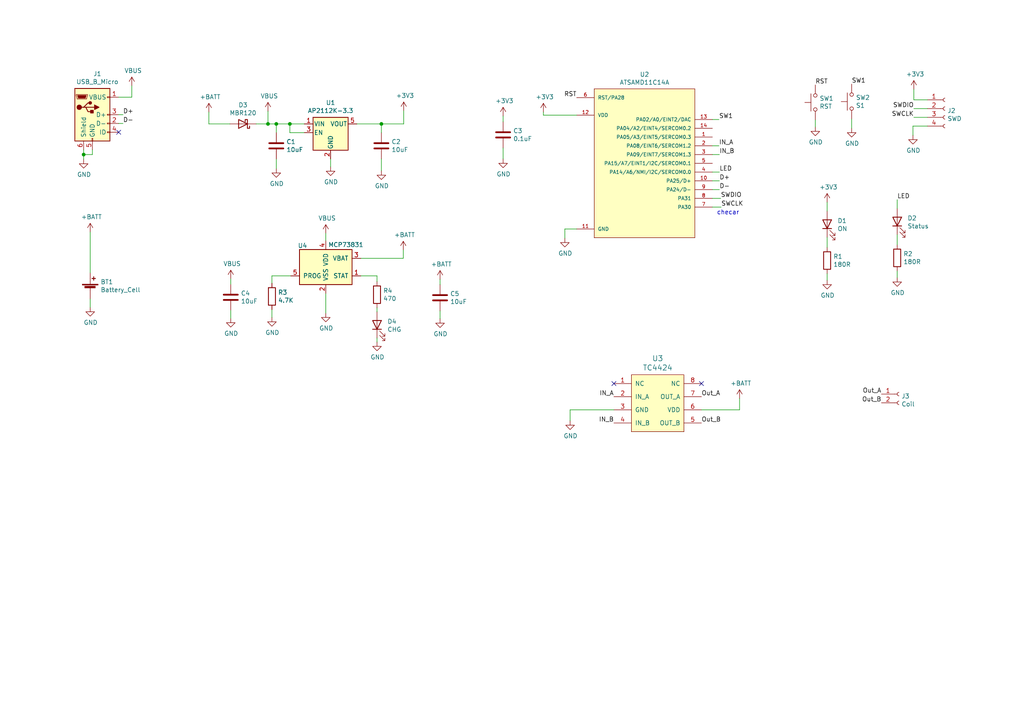
<source format=kicad_sch>
(kicad_sch (version 20211123) (generator eeschema)
  (paper "A4")
  (title_block (title "Magspoof V3") (date "2019-08-20") (rev "0.1v") (company "Electronic Cats") (comment 1 "Eduardo Contreras"))
  (lib_symbols
    (symbol "Battery_Management:MCP73831-2-OT" (pin_names (offset 1.016))
      (property "Reference" "U" (at -7.62 6.35 0))
      (property "Value" "MCP73831-2-OT" (at 1.27 6.35 0))
      (symbol "MCP73831-2-OT_0_1"
        (rectangle (start -7.62 5.08) (end 7.62 -5.08) (stroke (width 0.254)) (fill (type background)))
      )
      (symbol "MCP73831-2-OT_1_1"
        (pin output line (at 10.16 -2.54 180) (length 2.54) (name "STAT") (number "1"))
        (pin power_in line (at 0 -7.62 90) (length 2.54) (name "VSS") (number "2"))
        (pin power_out line (at 10.16 2.54 180) (length 2.54) (name "VBAT") (number "3"))
        (pin power_in line (at 0 7.62 270) (length 2.54) (name "VDD") (number "4"))
        (pin input line (at -10.16 -2.54 0) (length 2.54) (name "PROG") (number "5"))
      )
    )
    (symbol "Connector:Conn_01x02_Female" (pin_names (offset 1.016) hide)
      (property "Reference" "J" (at 0 2.54 0))
      (property "Value" "Conn_01x02_Female" (at 0 -5.08 0))
      (symbol "Conn_01x02_Female_1_1"
        (arc (start 0 -2.032) (mid -0.508 -2.54) (end 0 -3.048) (stroke (width 0.1524)))
        (polyline (pts (xy -1.27 -2.54) (xy -0.508 -2.54)) (stroke (width 0.1524)))
        (polyline (pts (xy -1.27 0) (xy -0.508 0)) (stroke (width 0.1524)))
        (arc (start 0 0.508) (mid -0.508 0) (end 0 -0.508) (stroke (width 0.1524)))
        (pin passive line (at -5.08 0 0) (length 3.81) (name "Pin_1") (number "1"))
        (pin passive line (at -5.08 -2.54 0) (length 3.81) (name "Pin_2") (number "2"))
      )
    )
    (symbol "Connector:Conn_01x04_Female" (pin_names (offset 1.016) hide)
      (property "Reference" "J" (at 0 5.08 0))
      (property "Value" "Conn_01x04_Female" (at 0 -7.62 0))
      (symbol "Conn_01x04_Female_1_1"
        (arc (start 0 -4.572) (mid -0.508 -5.08) (end 0 -5.588) (stroke (width 0.1524)))
        (arc (start 0 -2.032) (mid -0.508 -2.54) (end 0 -3.048) (stroke (width 0.1524)))
        (polyline (pts (xy -1.27 -5.08) (xy -0.508 -5.08)) (stroke (width 0.1524)))
        (polyline (pts (xy -1.27 -2.54) (xy -0.508 -2.54)) (stroke (width 0.1524)))
        (polyline (pts (xy -1.27 0) (xy -0.508 0)) (stroke (width 0.1524)))
        (polyline (pts (xy -1.27 2.54) (xy -0.508 2.54)) (stroke (width 0.1524)))
        (arc (start 0 0.508) (mid -0.508 0) (end 0 -0.508) (stroke (width 0.1524)))
        (arc (start 0 3.048) (mid -0.508 2.54) (end 0 2.032) (stroke (width 0.1524)))
        (pin passive line (at -5.08 2.54 0) (length 3.81) (name "Pin_1") (number "1"))
        (pin passive line (at -5.08 0 0) (length 3.81) (name "Pin_2") (number "2"))
        (pin passive line (at -5.08 -2.54 0) (length 3.81) (name "Pin_3") (number "3"))
        (pin passive line (at -5.08 -5.08 0) (length 3.81) (name "Pin_4") (number "4"))
      )
    )
    (symbol "Connector:USB_B_Micro" (pin_names (offset 1.016))
      (property "Reference" "J" (at -5.08 11.43 0))
      (property "Value" "USB_B_Micro" (at -5.08 8.89 0))
      (symbol "USB_B_Micro_0_1"
        (rectangle (start -5.08 -7.62) (end 5.08 7.62) (stroke (width 0.254)) (fill (type background)))
        (circle (center -3.81 2.159) (radius 0.635) (stroke (width 0.254)) (fill (type outline)))
        (circle (center -0.635 3.429) (radius 0.381) (stroke (width 0.254)) (fill (type outline)))
        (rectangle (start -0.127 -7.62) (end 0.127 -6.858))
        (polyline (pts (xy -1.905 2.159) (xy 0.635 2.159)) (stroke (width 0.254)))
        (polyline (pts (xy -3.175 2.159) (xy -2.54 2.159) (xy -1.27 3.429) (xy -0.635 3.429)) (stroke (width 0.254)))
        (polyline (pts (xy -2.54 2.159) (xy -1.905 2.159) (xy -1.27 0.889) (xy 0 0.889)) (stroke (width 0.254)))
        (polyline (pts (xy 0.635 2.794) (xy 0.635 1.524) (xy 1.905 2.159) (xy 0.635 2.794)) (stroke (width 0.254)) (fill (type outline)))
        (polyline (pts (xy -4.318 5.588) (xy -1.778 5.588) (xy -2.032 4.826) (xy -4.064 4.826) (xy -4.318 5.588)) (fill (type outline)))
        (polyline (pts (xy -4.699 5.842) (xy -4.699 5.588) (xy -4.445 4.826) (xy -4.445 4.572) (xy -1.651 4.572) (xy -1.651 4.826) (xy -1.397 5.588) (xy -1.397 5.842) (xy -4.699 5.842)))
        (rectangle (start 0.254 1.27) (end -0.508 0.508) (stroke (width 0.254)) (fill (type outline)))
        (rectangle (start 5.08 -5.207) (end 4.318 -4.953))
        (rectangle (start 5.08 -2.667) (end 4.318 -2.413))
        (rectangle (start 5.08 -0.127) (end 4.318 0.127))
        (rectangle (start 5.08 4.953) (end 4.318 5.207))
      )
      (symbol "USB_B_Micro_1_1"
        (pin power_out line (at 7.62 5.08 180) (length 2.54) (name "VBUS") (number "1"))
        (pin bidirectional line (at 7.62 -2.54 180) (length 2.54) (name "D-") (number "2"))
        (pin bidirectional line (at 7.62 0 180) (length 2.54) (name "D+") (number "3"))
        (pin passive line (at 7.62 -5.08 180) (length 2.54) (name "ID") (number "4"))
        (pin power_out line (at 0 -10.16 90) (length 2.54) (name "GND") (number "5"))
        (pin passive line (at -2.54 -10.16 90) (length 2.54) (name "Shield") (number "6"))
      )
    )
    (symbol "Device:Battery_Cell" (pin_numbers hide) (pin_names (offset 0) hide)
      (property "Reference" "BT" (at 2.54 2.54 0))
      (property "Value" "Battery_Cell" (at 2.54 0 0))
      (symbol "Battery_Cell_0_1"
        (rectangle (start -2.286 1.778) (end 2.286 1.524) (fill (type outline)))
        (rectangle (start -1.5748 1.1938) (end 1.4732 0.6858) (fill (type outline)))
        (polyline (pts (xy 0 0.762) (xy 0 0)))
        (polyline (pts (xy 0 1.778) (xy 0 2.54)))
        (polyline (pts (xy 0.508 3.429) (xy 1.524 3.429)) (stroke (width 0.254)))
        (polyline (pts (xy 1.016 3.937) (xy 1.016 2.921)) (stroke (width 0.254)))
      )
      (symbol "Battery_Cell_1_1"
        (pin passive line (at 0 5.08 270) (length 2.54) (name "+") (number "1"))
        (pin passive line (at 0 -2.54 90) (length 2.54) (name "-") (number "2"))
      )
    )
    (symbol "Device:C" (pin_numbers hide) (pin_names (offset 0.254))
      (property "Reference" "C" (at 0.635 2.54 0))
      (property "Value" "C" (at 0.635 -2.54 0))
      (symbol "C_0_1"
        (polyline (pts (xy -2.032 -0.762) (xy 2.032 -0.762)) (stroke (width 0.508)))
        (polyline (pts (xy -2.032 0.762) (xy 2.032 0.762)) (stroke (width 0.508)))
      )
      (symbol "C_1_1"
        (pin passive line (at 0 3.81 270) (length 2.794) (name "~") (number "1"))
        (pin passive line (at 0 -3.81 90) (length 2.794) (name "~") (number "2"))
      )
    )
    (symbol "Device:D_Schottky" (pin_numbers hide) (pin_names (offset 1.016) hide)
      (property "Reference" "D" (at 0 2.54 0))
      (property "Value" "D_Schottky" (at 0 -2.54 0))
      (symbol "D_Schottky_0_1"
        (polyline (pts (xy 1.27 0) (xy -1.27 0)))
        (polyline (pts (xy 1.27 1.27) (xy 1.27 -1.27) (xy -1.27 0) (xy 1.27 1.27)) (stroke (width 0.254)))
        (polyline (pts (xy -1.905 0.635) (xy -1.905 1.27) (xy -1.27 1.27) (xy -1.27 -1.27) (xy -0.635 -1.27) (xy -0.635 -0.635)) (stroke (width 0.254)))
      )
      (symbol "D_Schottky_1_1"
        (pin passive line (at -3.81 0 0) (length 2.54) (name "K") (number "1"))
        (pin passive line (at 3.81 0 180) (length 2.54) (name "A") (number "2"))
      )
    )
    (symbol "Device:LED" (pin_numbers hide) (pin_names (offset 1.016) hide)
      (property "Reference" "D" (at 0 2.54 0))
      (property "Value" "LED" (at 0 -2.54 0))
      (symbol "LED_0_1"
        (polyline (pts (xy -1.27 -1.27) (xy -1.27 1.27)) (stroke (width 0.254)))
        (polyline (pts (xy -1.27 0) (xy 1.27 0)))
        (polyline (pts (xy 1.27 -1.27) (xy 1.27 1.27) (xy -1.27 0) (xy 1.27 -1.27)) (stroke (width 0.254)))
        (polyline (pts (xy -3.048 -0.762) (xy -4.572 -2.286) (xy -3.81 -2.286) (xy -4.572 -2.286) (xy -4.572 -1.524)))
        (polyline (pts (xy -1.778 -0.762) (xy -3.302 -2.286) (xy -2.54 -2.286) (xy -3.302 -2.286) (xy -3.302 -1.524)))
      )
      (symbol "LED_1_1"
        (pin passive line (at -3.81 0 0) (length 2.54) (name "K") (number "1"))
        (pin passive line (at 3.81 0 180) (length 2.54) (name "A") (number "2"))
      )
    )
    (symbol "Device:R" (pin_numbers hide) (pin_names (offset 0))
      (property "Reference" "R" (at 2.032 0 90))
      (property "Value" "R" (at 0 0 90))
      (symbol "R_0_1"
        (rectangle (start -1.016 -2.54) (end 1.016 2.54) (stroke (width 0.254)))
      )
      (symbol "R_1_1"
        (pin passive line (at 0 3.81 270) (length 1.27) (name "~") (number "1"))
        (pin passive line (at 0 -3.81 90) (length 1.27) (name "~") (number "2"))
      )
    )
    (symbol "Magspoof_V3-rescue:ATSAMD11C14A-electroniccats" (pin_names (offset 1.016))
      (property "Reference" "U" (at -10.1854 15.7988 0))
      (property "Value" "ATSAMD11C14A-electroniccats" (at 5.08 15.24 0))
      (symbol "ATSAMD11C14A-electroniccats_0_0"
        (pin bidirectional line (at 24.13 0 180) (length 5.08) (name "PA05/A3/EINT5/SERCOM0.3") (number "1"))
        (pin bidirectional line (at 24.13 -12.7 180) (length 5.08) (name "PA25/D+") (number "10"))
        (pin power_in line (at -15.24 -26.67 0) (length 5.08) (name "GND") (number "11"))
        (pin power_in line (at -15.24 6.35 0) (length 5.08) (name "VDD") (number "12"))
        (pin bidirectional line (at 24.13 5.08 180) (length 5.08) (name "PA02/A0/EINT2/DAC") (number "13"))
        (pin bidirectional line (at 24.13 2.54 180) (length 5.08) (name "PA04/A2/EINT4/SERCOM0.2") (number "14"))
        (pin bidirectional line (at 24.13 -2.54 180) (length 5.08) (name "PA08/EINT6/SERCOM1.2") (number "2"))
        (pin bidirectional line (at 24.13 -5.08 180) (length 5.08) (name "PA09/EINT7/SERCOM1.3") (number "3"))
        (pin bidirectional line (at 24.13 -10.16 180) (length 5.08) (name "PA14/A6/NMI/I2C/SERCOM0.0") (number "4"))
        (pin bidirectional line (at 24.13 -7.62 180) (length 5.08) (name "PA15/A7/EINT1/I2C/SERCOM0.1") (number "5"))
        (pin bidirectional line (at -15.24 11.43 0) (length 5.08) (name "RST/PA28") (number "6"))
        (pin bidirectional line (at 24.13 -20.32 180) (length 5.08) (name "PA30") (number "7"))
        (pin bidirectional line (at 24.13 -17.78 180) (length 5.08) (name "PA31") (number "8"))
        (pin bidirectional line (at 24.13 -15.24 180) (length 5.08) (name "PA24/D-") (number "9"))
      )
      (symbol "ATSAMD11C14A-electroniccats_0_1"
        (rectangle (start -10.16 13.97) (end 19.05 -29.21) (fill (type background)))
      )
    )
    (symbol "Magspoof_V3-rescue:TC4424-electroniccats" (pin_names (offset 1.016))
      (property "Reference" "U" (at -7.62 10.16 0))
      (property "Value" "TC4424-electroniccats" (at 3.81 10.16 0))
      (symbol "TC4424-electroniccats_0_1"
        (rectangle (start -7.62 8.89) (end 7.62 -7.62) (fill (type background)))
      )
      (symbol "TC4424-electroniccats_1_1"
        (pin input line (at -12.7 6.35 0) (length 5.08) (name "NC") (number "1"))
        (pin input line (at -12.7 2.54 0) (length 5.08) (name "IN_A") (number "2"))
        (pin input line (at -12.7 -1.27 0) (length 5.08) (name "GND") (number "3"))
        (pin input line (at -12.7 -5.08 0) (length 5.08) (name "IN_B") (number "4"))
        (pin input line (at 12.7 -5.08 180) (length 5.08) (name "OUT_B") (number "5"))
        (pin input line (at 12.7 -1.27 180) (length 5.08) (name "VDD") (number "6"))
        (pin input line (at 12.7 2.54 180) (length 5.08) (name "OUT_A") (number "7"))
        (pin input line (at 12.7 6.35 180) (length 5.08) (name "NC") (number "8"))
      )
    )
    (symbol "Regulator_Linear:AP2112K-3.3" (pin_names (offset 0.254))
      (property "Reference" "U" (at -5.08 5.715 0))
      (property "Value" "AP2112K-3.3" (at 0 5.715 0))
      (symbol "AP2112K-3.3_0_1"
        (rectangle (start -5.08 4.445) (end 5.08 -5.08) (stroke (width 0.254)) (fill (type background)))
      )
      (symbol "AP2112K-3.3_1_1"
        (pin power_in line (at -7.62 2.54 0) (length 2.54) (name "VIN") (number "1"))
        (pin power_in line (at 0 -7.62 90) (length 2.54) (name "GND") (number "2"))
        (pin input line (at -7.62 0 0) (length 2.54) (name "EN") (number "3"))
        (pin no_connect line (at 5.08 0 180) (length 2.54) hide (name "NC") (number "4"))
        (pin power_out line (at 7.62 2.54 180) (length 2.54) (name "VOUT") (number "5"))
      )
    )
    (symbol "Switch:SW_Push" (pin_numbers hide) (pin_names (offset 1.016) hide)
      (property "Reference" "SW" (at 1.27 2.54 0))
      (property "Value" "SW_Push" (at 0 -1.524 0))
      (symbol "SW_Push_0_1"
        (circle (center -2.032 0) (radius 0.508))
        (polyline (pts (xy 0 1.27) (xy 0 3.048)))
        (polyline (pts (xy 2.54 1.27) (xy -2.54 1.27)))
        (circle (center 2.032 0) (radius 0.508))
        (pin passive line (at -5.08 0 0) (length 2.54) (name "1") (number "1"))
        (pin passive line (at 5.08 0 180) (length 2.54) (name "2") (number "2"))
      )
    )
    (symbol "power:+3V3" (power) (pin_names (offset 0))
      (property "Value" "+3V3" (at 0 3.556 0))
      (symbol "+3V3_0_1"
        (polyline (pts (xy -0.762 1.27) (xy 0 2.54)))
        (polyline (pts (xy 0 0) (xy 0 2.54)))
        (polyline (pts (xy 0 2.54) (xy 0.762 1.27)))
      )
      (symbol "+3V3_1_1"
        (pin power_in line (at 0 0 90) (length 0) hide (name "+3V3") (number "1"))
      )
    )
    (symbol "power:+BATT" (power) (pin_names (offset 0))
      (property "Value" "+BATT" (at 0 3.556 0))
      (symbol "+BATT_0_1"
        (polyline (pts (xy -0.762 1.27) (xy 0 2.54)))
        (polyline (pts (xy 0 0) (xy 0 2.54)))
        (polyline (pts (xy 0 2.54) (xy 0.762 1.27)))
      )
      (symbol "+BATT_1_1"
        (pin power_in line (at 0 0 90) (length 0) hide (name "+BATT") (number "1"))
      )
    )
    (symbol "power:GND" (power) (pin_names (offset 0))
      (property "Value" "GND" (at 0 -3.81 0))
      (symbol "GND_0_1"
        (polyline (pts (xy 0 0) (xy 0 -1.27) (xy 1.27 -1.27) (xy 0 -2.54) (xy -1.27 -1.27) (xy 0 -1.27)))
      )
      (symbol "GND_1_1"
        (pin power_in line (at 0 0 270) (length 0) hide (name "GND") (number "1"))
      )
    )
    (symbol "power:VBUS" (power) (pin_names (offset 0))
      (property "Value" "VBUS" (at 0 3.81 0))
      (symbol "VBUS_0_1"
        (polyline (pts (xy -0.762 1.27) (xy 0 2.54)))
        (polyline (pts (xy 0 0) (xy 0 2.54)))
        (polyline (pts (xy 0 2.54) (xy 0.762 1.27)))
      )
      (symbol "VBUS_1_1"
        (pin power_in line (at 0 0 90) (length 0) hide (name "VBUS") (number "1"))
      )
    )
  )
  (junction (at 110.617 35.941))
  (junction (at 84.074 35.941))
  (junction (at 80.137 35.941))
  (junction (at 24.257 44.831))
  (junction (at 77.724 35.941))
  (no_connect (at 34.417 38.354))
  (no_connect (at 203.454 111.252))
  (no_connect (at 178.054 111.252))
  (wire (pts (xy 60.579 32.512) (xy 60.579 35.941)))
  (wire (pts (xy 265.049 31.496) (xy 268.986 31.496)))
  (wire (pts (xy 167.259 33.401) (xy 157.607 33.401)))
  (wire (pts (xy 165.354 122.047) (xy 165.354 118.872)))
  (wire (pts (xy 208.534 34.671) (xy 206.629 34.671)))
  (wire (pts (xy 109.347 89.281) (xy 109.347 90.424)))
  (wire (pts (xy 94.488 85.09) (xy 94.488 90.805)))
  (wire (pts (xy 110.617 35.941) (xy 103.505 35.941)))
  (wire (pts (xy 145.923 33.655) (xy 145.923 35.306)))
  (wire (pts (xy 268.986 34.036) (xy 265.049 34.036)))
  (wire (pts (xy 163.83 69.088) (xy 163.83 66.421)))
  (wire (pts (xy 116.967 72.517) (xy 116.967 74.93)))
  (wire (pts (xy 117.094 35.941) (xy 110.617 35.941)))
  (wire (pts (xy 109.347 98.044) (xy 109.347 99.187)))
  (wire (pts (xy 214.503 115.57) (xy 214.503 118.872)))
  (wire (pts (xy 163.83 66.421) (xy 167.259 66.421)))
  (wire (pts (xy 26.797 43.434) (xy 26.797 44.831)))
  (wire (pts (xy 88.265 38.481) (xy 84.074 38.481)))
  (wire (pts (xy 95.885 48.387) (xy 95.885 46.101)))
  (wire (pts (xy 206.629 60.071) (xy 209.169 60.071)))
  (wire (pts (xy 110.617 49.53) (xy 110.617 46.101)))
  (wire (pts (xy 80.137 38.481) (xy 80.137 35.941)))
  (wire (pts (xy 117.094 32.131) (xy 117.094 35.941)))
  (wire (pts (xy 78.867 80.01) (xy 78.867 82.169)))
  (wire (pts (xy 247.015 37.211) (xy 247.015 34.544)))
  (wire (pts (xy 80.137 35.941) (xy 77.724 35.941)))
  (wire (pts (xy 214.503 118.872) (xy 203.454 118.872)))
  (wire (pts (xy 127.635 81.026) (xy 127.635 82.55)))
  (wire (pts (xy 34.417 33.274) (xy 35.687 33.274)))
  (wire (pts (xy 109.347 81.661) (xy 109.347 80.01)))
  (wire (pts (xy 26.162 67.31) (xy 26.162 79.121)))
  (wire (pts (xy 206.629 54.991) (xy 208.661 54.991)))
  (wire (pts (xy 268.986 28.956) (xy 265.049 28.956)))
  (wire (pts (xy 208.534 42.291) (xy 206.629 42.291)))
  (wire (pts (xy 88.265 35.941) (xy 84.074 35.941)))
  (wire (pts (xy 24.257 44.831) (xy 24.257 43.434)))
  (wire (pts (xy 208.661 52.451) (xy 206.629 52.451)))
  (wire (pts (xy 145.923 46.101) (xy 145.923 42.926)))
  (wire (pts (xy 239.903 58.674) (xy 239.903 61.214)))
  (wire (pts (xy 109.347 80.01) (xy 104.648 80.01)))
  (wire (pts (xy 260.223 68.072) (xy 260.223 70.993)))
  (wire (pts (xy 84.074 38.481) (xy 84.074 35.941)))
  (wire (pts (xy 26.797 44.831) (xy 24.257 44.831)))
  (wire (pts (xy 110.617 38.481) (xy 110.617 35.941)))
  (wire (pts (xy 38.227 28.194) (xy 34.417 28.194)))
  (wire (pts (xy 66.929 80.899) (xy 66.929 82.423)))
  (wire (pts (xy 116.967 74.93) (xy 104.648 74.93)))
  (wire (pts (xy 260.223 57.912) (xy 260.223 60.452)))
  (wire (pts (xy 265.049 28.956) (xy 265.049 25.908)))
  (wire (pts (xy 80.137 46.101) (xy 80.137 48.895)))
  (wire (pts (xy 60.579 35.941) (xy 66.675 35.941)))
  (wire (pts (xy 239.903 79.375) (xy 239.903 81.28)))
  (wire (pts (xy 66.929 92.329) (xy 66.929 90.043)))
  (wire (pts (xy 78.867 92.075) (xy 78.867 89.789)))
  (wire (pts (xy 34.417 35.814) (xy 35.687 35.814)))
  (wire (pts (xy 84.074 35.941) (xy 80.137 35.941)))
  (wire (pts (xy 26.162 89.154) (xy 26.162 86.741)))
  (wire (pts (xy 127.635 92.456) (xy 127.635 90.17)))
  (wire (pts (xy 208.661 49.911) (xy 206.629 49.911)))
  (wire (pts (xy 239.903 68.834) (xy 239.903 71.755)))
  (wire (pts (xy 165.354 118.872) (xy 178.054 118.872)))
  (wire (pts (xy 157.607 33.401) (xy 157.607 32.512)))
  (wire (pts (xy 38.227 24.892) (xy 38.227 28.194)))
  (wire (pts (xy 77.724 35.941) (xy 77.724 32.258)))
  (wire (pts (xy 260.223 78.613) (xy 260.223 80.518)))
  (wire (pts (xy 264.795 39.243) (xy 264.795 36.576)))
  (wire (pts (xy 24.257 46.228) (xy 24.257 44.831)))
  (wire (pts (xy 94.488 67.691) (xy 94.488 69.85)))
  (wire (pts (xy 236.474 36.83) (xy 236.474 34.798)))
  (wire (pts (xy 264.795 36.576) (xy 268.986 36.576)))
  (wire (pts (xy 209.042 57.531) (xy 206.629 57.531)))
  (wire (pts (xy 77.724 35.941) (xy 74.295 35.941)))
  (wire (pts (xy 84.328 80.01) (xy 78.867 80.01)))
  (wire (pts (xy 208.661 44.831) (xy 206.629 44.831)))
  (text "checar" (at 207.899 62.484 0) (effects (font (size 1.27 1.27)) (justify left bottom)))
  (label "Out_A" (at 203.454 115.062 0))
  (label "RST" (at 236.474 24.638 0))
  (label "IN_A" (at 178.054 115.062 180))
  (label "D-" (at 208.661 54.991 0))
  (label "SWCLK" (at 209.169 60.071 0))
  (label "LED" (at 260.223 57.912 0))
  (label "SWDIO" (at 265.049 31.496 180))
  (label "SW1" (at 247.015 24.384 0))
  (label "Out_A" (at 255.651 114.3 180))
  (label "SWDIO" (at 209.042 57.531 0))
  (label "D+" (at 35.687 33.274 0))
  (label "D-" (at 35.687 35.814 0))
  (label "IN_A" (at 208.534 42.291 0))
  (label "IN_B" (at 208.661 44.831 0))
  (label "IN_B" (at 178.054 122.682 180))
  (label "Out_B" (at 203.454 122.682 0))
  (label "SW1" (at 208.534 34.671 0))
  (label "LED" (at 208.661 49.911 0))
  (label "RST" (at 167.259 28.321 180))
  (label "SWCLK" (at 265.049 34.036 180))
  (label "D+" (at 208.661 52.451 0))
  (label "Out_B" (at 255.651 116.84 180))
  (symbol (lib_id "Device:Battery_Cell") (at 26.162 84.201 0) (unit 1)
    (property "Reference" "BT1" (at 29.1592 81.7626 0) (effects (justify left)))
    (property "Value" "Battery_Cell" (at 29.1592 84.074 0) (effects (justify left)))
    (property "Footprint" "Connector_PinHeader_2.54mm:PinHeader_1x02_P2.54mm_Vertical" (effects hide))
    (property "manf#" "-" (effects hide))
  )
  (symbol (lib_id "Connector:USB_B_Micro") (at 26.797 33.274 0) (unit 1)
    (property "Reference" "J1" (at 28.2448 21.4122 0))
    (property "Value" "USB_B_Micro" (at 28.2448 23.7236 0))
    (property "Footprint" "USB:629105150521" (effects hide))
    (property "manf#" "629105150521" (effects hide))
  )
  (symbol (lib_id "Magspoof_V3-rescue:ATSAMD11C14A-electroniccats") (at 182.499 39.751 0) (unit 1)
    (property "Reference" "U2" (at 186.944 21.59 0))
    (property "Value" "ATSAMD11C14A" (at 186.944 23.9014 0))
    (property "Footprint" "Package_SO:SOIC-14_3.9x8.7mm_P1.27mm" (effects hide))
    (property "manf#" "ATSAMD11C14A-SSUT" (effects hide))
  )
  (symbol (lib_id "Magspoof_V3-rescue:TC4424-electroniccats") (at 190.754 117.602 0) (unit 1)
    (property "Reference" "U3" (at 190.754 103.9622 0) (effects (font (size 1.524 1.524))))
    (property "Value" "TC4424" (at 190.754 106.6546 0) (effects (font (size 1.524 1.524))))
    (property "Footprint" "Package_SO:SOIC-8_3.9x4.9mm_P1.27mm" (effects hide))
    (property "Datasheet" "https://www.mouser.mx/datasheet/2/268/21998b-53545.pdf" (effects hide))
    (property "manf#" "TC4424AVOA713" (effects hide))
  )
  (symbol (lib_id "power:GND") (at 24.257 46.228 0) (unit 1)
    (property "Reference" "#PWR0101" (effects hide))
    (property "Value" "GND" (at 24.384 50.6222 0))
  )
  (symbol (lib_id "power:VBUS") (at 38.227 24.892 0) (unit 1)
    (property "Reference" "#PWR0102" (effects hide))
    (property "Value" "VBUS" (at 38.608 20.4978 0))
  )
  (symbol (lib_id "Switch:SW_Push") (at 236.474 29.718 90) (unit 1)
    (property "Reference" "SW1" (at 237.6932 28.5496 90) (effects (justify right)))
    (property "Value" "RST" (at 237.6932 30.861 90) (effects (justify right)))
    (property "Footprint" "Button_Switch_SMD:SW_SPST_TL3342" (effects hide))
    (property "manf#" "-" (effects hide))
  )
  (symbol (lib_id "Switch:SW_Push") (at 247.015 29.464 90) (unit 1)
    (property "Reference" "SW2" (at 248.2342 28.2956 90) (effects (justify right)))
    (property "Value" "S1" (at 248.2342 30.607 90) (effects (justify right)))
    (property "Footprint" "Button_Switch_SMD:SW_SPST_TL3342" (effects hide))
    (property "manf#" "-" (effects hide))
  )
  (symbol (lib_id "power:GND") (at 163.83 69.088 0) (unit 1)
    (property "Reference" "#PWR0103" (effects hide))
    (property "Value" "GND" (at 163.957 73.4822 0))
  )
  (symbol (lib_id "power:GND") (at 26.162 89.154 0) (unit 1)
    (property "Reference" "#PWR0104" (effects hide))
    (property "Value" "GND" (at 26.289 93.5482 0))
  )
  (symbol (lib_id "power:GND") (at 236.474 36.83 0) (unit 1)
    (property "Reference" "#PWR0105" (effects hide))
    (property "Value" "GND" (at 236.601 41.2242 0))
  )
  (symbol (lib_id "Regulator_Linear:AP2112K-3.3") (at 95.885 38.481 0) (unit 1)
    (property "Reference" "U1" (at 95.885 29.7942 0))
    (property "Value" "AP2112K-3.3" (at 95.885 32.1056 0))
    (property "Footprint" "Package_TO_SOT_SMD:SOT-23-5" (effects hide))
    (property "Datasheet" "https://www.diodes.com/assets/Datasheets/AP2112.pdf" (effects hide))
    (property "manf#" "AP2112K-3.3" (effects hide))
  )
  (symbol (lib_id "power:VBUS") (at 77.724 32.258 0) (unit 1)
    (property "Reference" "#PWR0106" (effects hide))
    (property "Value" "VBUS" (at 78.105 27.8638 0))
  )
  (symbol (lib_id "power:+3V3") (at 117.094 32.131 0) (unit 1)
    (property "Reference" "#PWR0107" (effects hide))
    (property "Value" "+3V3" (at 117.475 27.7368 0))
  )
  (symbol (lib_id "power:GND") (at 95.885 48.387 0) (unit 1)
    (property "Reference" "#PWR0109" (effects hide))
    (property "Value" "GND" (at 96.012 52.7812 0))
  )
  (symbol (lib_id "Device:C") (at 110.617 42.291 0) (unit 1)
    (property "Reference" "C2" (at 113.538 41.1226 0) (effects (justify left)))
    (property "Value" "10uF" (at 113.538 43.434 0) (effects (justify left)))
    (property "Footprint" "Capacitor_SMD:C_0805_2012Metric_Pad1.15x1.40mm_HandSolder" (effects hide))
    (property "manf#" "CL21A106KOQNNNG" (effects hide))
  )
  (symbol (lib_id "Device:C") (at 80.137 42.291 0) (unit 1)
    (property "Reference" "C1" (at 83.058 41.1226 0) (effects (justify left)))
    (property "Value" "10uF" (at 83.058 43.434 0) (effects (justify left)))
    (property "Footprint" "Capacitor_SMD:C_0805_2012Metric_Pad1.15x1.40mm_HandSolder" (effects hide))
    (property "manf#" "CL21A106KOQNNNG" (effects hide))
  )
  (symbol (lib_id "power:GND") (at 80.137 48.895 0) (unit 1)
    (property "Reference" "#PWR0108" (effects hide))
    (property "Value" "GND" (at 80.264 53.2892 0))
  )
  (symbol (lib_id "power:GND") (at 110.617 49.53 0) (unit 1)
    (property "Reference" "#PWR0110" (effects hide))
    (property "Value" "GND" (at 110.744 53.9242 0))
  )
  (symbol (lib_id "power:+3V3") (at 157.607 32.512 0) (unit 1)
    (property "Reference" "#PWR0112" (effects hide))
    (property "Value" "+3V3" (at 157.988 28.1178 0))
  )
  (symbol (lib_id "Battery_Management:MCP73831-2-OT") (at 94.488 77.47 0) (unit 1)
    (property "Reference" "U4" (at 87.757 71.247 0))
    (property "Value" "MCP73831" (at 100.33 70.993 0))
    (property "Footprint" "Package_TO_SOT_SMD:SOT-23-5" (effects hide))
    (property "Datasheet" "http://ww1.microchip.com/downloads/en/DeviceDoc/20001984g.pdf" (effects hide))
    (property "manf#" "MCP73831T-5ACI/OT\r" (effects hide))
  )
  (symbol (lib_id "power:+BATT") (at 26.162 67.31 0) (unit 1)
    (property "Reference" "#PWR0111" (effects hide))
    (property "Value" "+BATT" (at 26.543 62.9158 0))
  )
  (symbol (lib_id "power:GND") (at 165.354 122.047 0) (unit 1)
    (property "Reference" "#PWR0114" (effects hide))
    (property "Value" "GND" (at 165.481 126.4412 0))
  )
  (symbol (lib_id "power:+BATT") (at 116.967 72.517 0) (unit 1)
    (property "Reference" "#PWR0113" (effects hide))
    (property "Value" "+BATT" (at 117.348 68.1228 0))
  )
  (symbol (lib_id "Device:C") (at 145.923 39.116 0) (unit 1)
    (property "Reference" "C3" (at 148.844 37.9476 0) (effects (justify left)))
    (property "Value" "0.1uF" (at 148.844 40.259 0) (effects (justify left)))
    (property "Footprint" "Capacitor_SMD:C_0805_2012Metric_Pad1.15x1.40mm_HandSolder" (effects hide))
    (property "manf#" "CL21F104ZBCNNNC" (effects hide))
  )
  (symbol (lib_id "power:+3V3") (at 145.923 33.655 0) (unit 1)
    (property "Reference" "#PWR0115" (effects hide))
    (property "Value" "+3V3" (at 146.304 29.2608 0))
  )
  (symbol (lib_id "power:GND") (at 145.923 46.101 0) (unit 1)
    (property "Reference" "#PWR0116" (effects hide))
    (property "Value" "GND" (at 146.05 50.4952 0))
  )
  (symbol (lib_id "power:GND") (at 247.015 37.211 0) (unit 1)
    (property "Reference" "#PWR0117" (effects hide))
    (property "Value" "GND" (at 247.142 41.6052 0))
  )
  (symbol (lib_id "Device:D_Schottky") (at 70.485 35.941 180) (unit 1)
    (property "Reference" "D3" (at 70.485 30.4546 0))
    (property "Value" "MBR120" (at 70.485 32.766 0))
    (property "Footprint" "Diode_SMD:D_SOD-123" (effects hide))
    (property "manf#" "MBR120VLSFT3G" (effects hide))
  )
  (symbol (lib_id "power:+BATT") (at 60.579 32.512 0) (unit 1)
    (property "Reference" "#PWR0123" (effects hide))
    (property "Value" "+BATT" (at 60.96 28.1178 0))
  )
  (symbol (lib_id "Connector:Conn_01x02_Female") (at 260.731 114.3 0) (unit 1)
    (property "Reference" "J3" (at 261.4422 114.9096 0) (effects (justify left)))
    (property "Value" "Coil" (at 261.4422 117.221 0) (effects (justify left)))
    (property "Footprint" "Connector_PinHeader_2.54mm:PinHeader_1x02_P2.54mm_Vertical" (effects hide))
    (property "manf#" "-" (effects hide))
  )
  (symbol (lib_id "power:+BATT") (at 214.503 115.57 0) (unit 1)
    (property "Reference" "#PWR0124" (effects hide))
    (property "Value" "+BATT" (at 214.884 111.1758 0))
  )
  (symbol (lib_id "Connector:Conn_01x04_Female") (at 274.066 31.496 0) (unit 1)
    (property "Reference" "J2" (at 274.7772 32.1056 0) (effects (justify left)))
    (property "Value" "SWD" (at 274.7772 34.417 0) (effects (justify left)))
    (property "Footprint" "Connector_PinHeader_2.54mm:PinHeader_1x04_P2.54mm_Vertical" (effects hide))
    (property "manf#" "-" (effects hide))
  )
  (symbol (lib_id "power:+3V3") (at 265.049 25.908 0) (unit 1)
    (property "Reference" "#PWR0118" (effects hide))
    (property "Value" "+3V3" (at 265.43 21.5138 0))
  )
  (symbol (lib_id "power:GND") (at 264.795 39.243 0) (unit 1)
    (property "Reference" "#PWR0119" (effects hide))
    (property "Value" "GND" (at 264.922 43.6372 0))
  )
  (symbol (lib_id "Device:R") (at 78.867 85.979 0) (unit 1)
    (property "Reference" "R3" (at 80.645 84.8106 0) (effects (justify left)))
    (property "Value" "4.7K" (at 80.645 87.122 0) (effects (justify left)))
    (property "Footprint" "Resistor_SMD:R_0805_2012Metric_Pad1.15x1.40mm_HandSolder" (effects hide))
    (property "manf#" "RS-05K472JT" (effects hide))
  )
  (symbol (lib_id "power:GND") (at 94.488 90.805 0) (unit 1)
    (property "Reference" "#PWR0125" (effects hide))
    (property "Value" "GND" (at 94.615 95.1992 0))
  )
  (symbol (lib_id "power:GND") (at 78.867 92.075 0) (unit 1)
    (property "Reference" "#PWR0126" (effects hide))
    (property "Value" "GND" (at 78.994 96.4692 0))
  )
  (symbol (lib_id "Device:LED") (at 239.903 65.024 90) (unit 1)
    (property "Reference" "D1" (at 242.9002 64.0334 90) (effects (justify right)))
    (property "Value" "ON" (at 242.9002 66.3448 90) (effects (justify right)))
    (property "Footprint" "LED_SMD:LED_0805_2012Metric_Pad1.15x1.40mm_HandSolder" (effects hide))
    (property "manf#" "150080RS75000" (effects hide))
  )
  (symbol (lib_id "power:VBUS") (at 94.488 67.691 0) (unit 1)
    (property "Reference" "#PWR0127" (effects hide))
    (property "Value" "VBUS" (at 94.869 63.2968 0))
  )
  (symbol (lib_id "Device:R") (at 239.903 75.565 0) (unit 1)
    (property "Reference" "R1" (at 241.681 74.3966 0) (effects (justify left)))
    (property "Value" "180R" (at 241.681 76.708 0) (effects (justify left)))
    (property "Footprint" "Resistor_SMD:R_0805_2012Metric_Pad1.15x1.40mm_HandSolder" (effects hide))
    (property "manf#" "RMCF0805JT180R" (effects hide))
  )
  (symbol (lib_id "power:+3V3") (at 239.903 58.674 0) (unit 1)
    (property "Reference" "#PWR0120" (effects hide))
    (property "Value" "+3V3" (at 240.284 54.2798 0))
  )
  (symbol (lib_id "Device:C") (at 127.635 86.36 0) (unit 1)
    (property "Reference" "C5" (at 130.556 85.1916 0) (effects (justify left)))
    (property "Value" "10uF" (at 130.556 87.503 0) (effects (justify left)))
    (property "Footprint" "Capacitor_SMD:C_0805_2012Metric_Pad1.15x1.40mm_HandSolder" (effects hide))
    (property "manf#" "CL21A106KOQNNNG" (effects hide))
  )
  (symbol (lib_id "power:+BATT") (at 127.635 81.026 0) (unit 1)
    (property "Reference" "#PWR0128" (effects hide))
    (property "Value" "+BATT" (at 128.016 76.6318 0))
  )
  (symbol (lib_id "power:GND") (at 239.903 81.28 0) (unit 1)
    (property "Reference" "#PWR0121" (effects hide))
    (property "Value" "GND" (at 240.03 85.6742 0))
  )
  (symbol (lib_id "Device:LED") (at 260.223 64.262 90) (unit 1)
    (property "Reference" "D2" (at 263.1948 63.2714 90) (effects (justify right)))
    (property "Value" "Status" (at 263.1948 65.5828 90) (effects (justify right)))
    (property "Footprint" "LED_SMD:LED_0805_2012Metric_Pad1.15x1.40mm_HandSolder" (effects hide))
    (property "manf#" "150080BS75000" (effects hide))
  )
  (symbol (lib_id "Device:R") (at 260.223 74.803 0) (unit 1)
    (property "Reference" "R2" (at 262.001 73.6346 0) (effects (justify left)))
    (property "Value" "180R" (at 262.001 75.946 0) (effects (justify left)))
    (property "Footprint" "Resistor_SMD:R_0805_2012Metric_Pad1.15x1.40mm_HandSolder" (effects hide))
    (property "manf#" "RMCF0805JT180R" (effects hide))
  )
  (symbol (lib_id "power:GND") (at 260.223 80.518 0) (unit 1)
    (property "Reference" "#PWR0122" (effects hide))
    (property "Value" "GND" (at 260.35 84.9122 0))
  )
  (symbol (lib_id "power:GND") (at 127.635 92.456 0) (unit 1)
    (property "Reference" "#PWR0129" (effects hide))
    (property "Value" "GND" (at 127.762 96.8502 0))
  )
  (symbol (lib_id "Device:C") (at 66.929 86.233 0) (unit 1)
    (property "Reference" "C4" (at 69.85 85.0646 0) (effects (justify left)))
    (property "Value" "10uF" (at 69.85 87.376 0) (effects (justify left)))
    (property "Footprint" "Capacitor_SMD:C_0805_2012Metric_Pad1.15x1.40mm_HandSolder" (effects hide))
    (property "manf#" "CL21A106KOQNNNG" (effects hide))
  )
  (symbol (lib_id "power:GND") (at 66.929 92.329 0) (unit 1)
    (property "Reference" "#PWR0130" (effects hide))
    (property "Value" "GND" (at 67.056 96.7232 0))
  )
  (symbol (lib_id "power:VBUS") (at 66.929 80.899 0) (unit 1)
    (property "Reference" "#PWR0131" (effects hide))
    (property "Value" "VBUS" (at 67.31 76.5048 0))
  )
  (symbol (lib_id "Device:LED") (at 109.347 94.234 90) (unit 1)
    (property "Reference" "D4" (at 112.3442 93.2434 90) (effects (justify right)))
    (property "Value" "CHG" (at 112.3442 95.5548 90) (effects (justify right)))
    (property "Footprint" "LED_SMD:LED_0805_2012Metric_Pad1.15x1.40mm_HandSolder" (effects hide))
    (property "manf#" "150080GS75000" (effects hide))
  )
  (symbol (lib_id "power:GND") (at 109.347 99.187 0) (unit 1)
    (property "Reference" "#PWR0132" (effects hide))
    (property "Value" "GND" (at 109.474 103.5812 0))
  )
  (symbol (lib_id "Device:R") (at 109.347 85.471 0) (unit 1)
    (property "Reference" "R4" (at 111.125 84.3026 0) (effects (justify left)))
    (property "Value" "470" (at 111.125 86.614 0) (effects (justify left)))
    (property "Footprint" "Resistor_SMD:R_0805_2012Metric_Pad1.15x1.40mm_HandSolder" (effects hide))
    (property "manf#" "CRCW0805470RFKEAC" (effects hide))
  )
)
</source>
